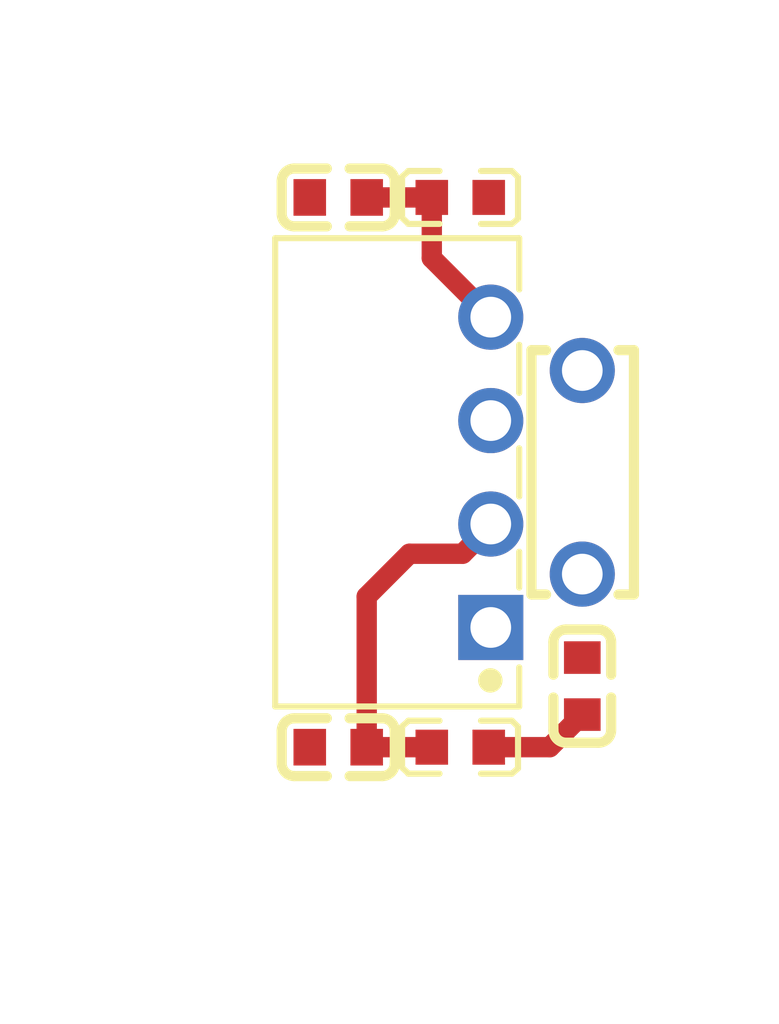
<source format=kicad_pcb>
(kicad_pcb (version 20241229) (generator "pcbnew") (generator_version "9.0")
  (layers (0 "F.Cu" signal) (2 "B.Cu" signal) (13 "F.Paste" user) (15 "B.Paste" user) (5 "F.SilkS" user "F.Silkscreen") (7 "B.SilkS" user "B.Silkscreen") (1 "F.Mask" user) (3 "B.Mask" user) (25 "Edge.Cuts" user))
  (net 0 "")
  (net 1 "hv")
  (net 2 "plusVout")
  (net 3 "plusVin")
  (net 4 "hv-1")
  (net 5 "gnd")
  (net 6 "gnd-1")
  (footprint "atopile:CAP-TH_L6.0-W2.5-P5.00-D1.0-5e41da" (layer "F.Cu") (at 4.5 0 90)
    (property "Reference" "C1" (hide yes))
    (property "Value" "270pF ±10% 2kV")
    (fp_line (start 3 -1.25) (end -3 -1.25) (stroke (width 0.25)) (layer "F.SilkS"))
    (fp_line (start -3 -1.25) (end -3 -0.89) (stroke (width 0.25)) (layer "F.SilkS"))
    (fp_line (start 3 -0.89) (end 3 -1.25) (stroke (width 0.25)) (layer "F.SilkS"))
    (fp_line (start 3 0.89) (end 3 1.27) (stroke (width 0.25)) (layer "F.SilkS"))
    (fp_line (start 3 1.27) (end -3 1.27) (stroke (width 0.25)) (layer "F.SilkS"))
    (fp_line (start -3 1.27) (end -3 0.89) (stroke (width 0.25)) (layer "F.SilkS"))
    (pad "1" thru_hole circle (at -2.5 0 90) (size 1.6 1.6) (drill 0.999998) (layers "*.Cu" "*.Mask") (net 5 "gnd"))
    (pad "2" thru_hole circle (at 2.5 0 90) (size 1.6 1.6) (drill 0.999998) (layers "*.Cu" "*.Mask") (net 6 "gnd-1"))
  )
  (footprint "atopile:L0603-9cac2b" (layer "F.Cu") (at 1.5 6.75 0)
    (property "Reference" "L1" (hide yes))
    (property "Value" "")
    (fp_line (start -1.43 -0.51) (end -1.27 -0.65) (stroke (width 0.15)) (layer "F.SilkS"))
    (fp_line (start -1.43 0.5) (end -1.43 -0.51) (stroke (width 0.15)) (layer "F.SilkS"))
    (fp_line (start -1.28 -0.65) (end -0.51 -0.65) (stroke (width 0.15)) (layer "F.SilkS"))
    (fp_line (start -1.28 0.65) (end -0.51 0.65) (stroke (width 0.15)) (layer "F.SilkS"))
    (fp_line (start -1.27 0.65) (end -1.43 0.5) (stroke (width 0.15)) (layer "F.SilkS"))
    (fp_line (start 1.27 -0.65) (end 0.51 -0.65) (stroke (width 0.15)) (layer "F.SilkS"))
    (fp_line (start 1.27 -0.65) (end 1.42 -0.5) (stroke (width 0.15)) (layer "F.SilkS"))
    (fp_line (start 1.27 0.65) (end 0.51 0.65) (stroke (width 0.15)) (layer "F.SilkS"))
    (fp_line (start 1.42 -0.5) (end 1.42 0.52) (stroke (width 0.15)) (layer "F.SilkS"))
    (fp_line (start 1.42 0.52) (end 1.27 0.65) (stroke (width 0.15)) (layer "F.SilkS"))
    (pad "1" smd rect (at -0.7 0 180) (size 0.8 0.86) (layers "F.Cu" "F.Mask" "F.Paste") (net 3 "plusVin"))
    (pad "2" smd rect (at 0.7 0 180) (size 0.8 0.86) (layers "F.Cu" "F.Mask" "F.Paste") (net 4 "hv-1"))
  )
  (footprint "atopile:L0603-9cac2b" (layer "F.Cu") (at 1.5 -6.75 0)
    (property "Reference" "L2" (hide yes))
    (property "Value" "")
    (fp_line (start -1.43 -0.51) (end -1.27 -0.65) (stroke (width 0.15)) (layer "F.SilkS"))
    (fp_line (start -1.43 0.5) (end -1.43 -0.51) (stroke (width 0.15)) (layer "F.SilkS"))
    (fp_line (start -1.28 -0.65) (end -0.51 -0.65) (stroke (width 0.15)) (layer "F.SilkS"))
    (fp_line (start -1.28 0.65) (end -0.51 0.65) (stroke (width 0.15)) (layer "F.SilkS"))
    (fp_line (start -1.27 0.65) (end -1.43 0.5) (stroke (width 0.15)) (layer "F.SilkS"))
    (fp_line (start 1.27 -0.65) (end 0.51 -0.65) (stroke (width 0.15)) (layer "F.SilkS"))
    (fp_line (start 1.27 -0.65) (end 1.42 -0.5) (stroke (width 0.15)) (layer "F.SilkS"))
    (fp_line (start 1.27 0.65) (end 0.51 0.65) (stroke (width 0.15)) (layer "F.SilkS"))
    (fp_line (start 1.42 -0.5) (end 1.42 0.52) (stroke (width 0.15)) (layer "F.SilkS"))
    (fp_line (start 1.42 0.52) (end 1.27 0.65) (stroke (width 0.15)) (layer "F.SilkS"))
    (pad "1" smd rect (at -0.7 0 180) (size 0.8 0.86) (layers "F.Cu" "F.Mask" "F.Paste") (net 2 "plusVout"))
    (pad "2" smd rect (at 0.7 0 180) (size 0.8 0.86) (layers "F.Cu" "F.Mask" "F.Paste") (net 1 "hv"))
  )
  (footprint "atopile:PWRM-TH_B0505S-1WR3-83f76b" (layer "F.Cu") (at 2.25 0 90)
    (property "Reference" "U1" (hide yes))
    (property "Value" "")
    (fp_line (start 5.75 -5.3) (end -5.75 -5.3) (stroke (width 0.15)) (layer "F.SilkS"))
    (fp_line (start -5.75 -5.3) (end -5.75 0.7) (stroke (width 0.15)) (layer "F.SilkS"))
    (fp_line (start 5.75 0.7) (end 5.75 -5.3) (stroke (width 0.15)) (layer "F.SilkS"))
    (fp_line (start 4.49 0.7) (end 5.75 0.7) (stroke (width 0.15)) (layer "F.SilkS"))
    (fp_line (start 1.95 0.7) (end 3.13 0.7) (stroke (width 0.15)) (layer "F.SilkS"))
    (fp_line (start -0.59 0.7) (end 0.59 0.7) (stroke (width 0.15)) (layer "F.SilkS"))
    (fp_line (start -0.59 0.7) (end -0.46 0.7) (stroke (width 0.15)) (layer "F.SilkS"))
    (fp_line (start -2.83 0.7) (end -1.95 0.7) (stroke (width 0.15)) (layer "F.SilkS"))
    (fp_line (start -5.75 0.7) (end -4.79 0.7) (stroke (width 0.15)) (layer "F.SilkS"))
    (fp_circle (center -5.11 -0.01) (end -4.96 -0.01) (stroke (width 0.3)) (fill no) (layer "F.SilkS"))
    (pad "1" thru_hole rect (at -3.81 0 90) (size 1.6 1.6) (drill 0.999998) (layers "*.Cu" "*.Mask") (net 5 "gnd"))
    (pad "2" thru_hole circle (at -1.27 0 90) (size 1.6 1.6) (drill 0.999998) (layers "*.Cu" "*.Mask") (net 3 "plusVin"))
    (pad "3" thru_hole circle (at 1.27 0 90) (size 1.6 1.6) (drill 0.999998) (layers "*.Cu" "*.Mask") (net 6 "gnd-1"))
    (pad "4" thru_hole circle (at 3.81 0 90) (size 1.6 1.6) (drill 0.999998) (layers "*.Cu" "*.Mask") (net 2 "plusVout"))
  )
  (footprint "atopile:C0603-bd72f6" (layer "F.Cu") (at -1.5 -6.75 180)
    (property "Reference" "C4" (hide yes))
    (property "Value" "10µF ±10% 10V X5R")
    (fp_line (start 1.39 -0.4) (end 1.39 0.4) (stroke (width 0.25)) (layer "F.SilkS"))
    (fp_line (start 0.28 0.71) (end 1.08 0.71) (stroke (width 0.25)) (layer "F.SilkS"))
    (fp_line (start 0.28 -0.71) (end 1.08 -0.71) (stroke (width 0.25)) (layer "F.SilkS"))
    (fp_line (start -0.28 0.71) (end -1.08 0.71) (stroke (width 0.25)) (layer "F.SilkS"))
    (fp_line (start -0.28 -0.71) (end -1.08 -0.71) (stroke (width 0.25)) (layer "F.SilkS"))
    (fp_line (start -1.39 0.4) (end -1.39 -0.4) (stroke (width 0.25)) (layer "F.SilkS"))
    (fp_arc (start 1.39 0.4) (mid 1.299203 0.619203) (end 1.08 0.71) (stroke (width 0.25)) (layer "F.SilkS"))
    (fp_arc (start 1.08 -0.71) (mid 1.299203 -0.619203) (end 1.39 -0.4) (stroke (width 0.25)) (layer "F.SilkS"))
    (fp_arc (start -1.08 0.71) (mid -1.299203 0.619203) (end -1.39 0.4) (stroke (width 0.25)) (layer "F.SilkS"))
    (fp_arc (start -1.39 -0.4) (mid -1.299203 -0.619203) (end -1.08 -0.71) (stroke (width 0.25)) (layer "F.SilkS"))
    (pad "1" smd rect (at -0.7 0 180) (size 0.8 0.9) (layers "F.Cu" "F.Mask" "F.Paste") (net 2 "plusVout"))
    (pad "2" smd rect (at 0.7 0 180) (size 0.8 0.9) (layers "F.Cu" "F.Mask" "F.Paste") (net 6 "gnd-1"))
  )
  (footprint "atopile:C0603-bd72f6" (layer "F.Cu") (at -1.5 6.75 180)
    (property "Reference" "C2" (hide yes))
    (property "Value" "4.7nF ±10% 50V X7R")
    (fp_line (start 1.39 -0.4) (end 1.39 0.4) (stroke (width 0.25)) (layer "F.SilkS"))
    (fp_line (start 0.28 0.71) (end 1.08 0.71) (stroke (width 0.25)) (layer "F.SilkS"))
    (fp_line (start 0.28 -0.71) (end 1.08 -0.71) (stroke (width 0.25)) (layer "F.SilkS"))
    (fp_line (start -0.28 0.71) (end -1.08 0.71) (stroke (width 0.25)) (layer "F.SilkS"))
    (fp_line (start -0.28 -0.71) (end -1.08 -0.71) (stroke (width 0.25)) (layer "F.SilkS"))
    (fp_line (start -1.39 0.4) (end -1.39 -0.4) (stroke (width 0.25)) (layer "F.SilkS"))
    (fp_arc (start 1.39 0.4) (mid 1.299203 0.619203) (end 1.08 0.71) (stroke (width 0.25)) (layer "F.SilkS"))
    (fp_arc (start 1.08 -0.71) (mid 1.299203 -0.619203) (end 1.39 -0.4) (stroke (width 0.25)) (layer "F.SilkS"))
    (fp_arc (start -1.08 0.71) (mid -1.299203 0.619203) (end -1.39 0.4) (stroke (width 0.25)) (layer "F.SilkS"))
    (fp_arc (start -1.39 -0.4) (mid -1.299203 -0.619203) (end -1.08 -0.71) (stroke (width 0.25)) (layer "F.SilkS"))
    (pad "1" smd rect (at -0.7 0 180) (size 0.8 0.9) (layers "F.Cu" "F.Mask" "F.Paste") (net 3 "plusVin"))
    (pad "2" smd rect (at 0.7 0 180) (size 0.8 0.9) (layers "F.Cu" "F.Mask" "F.Paste") (net 5 "gnd"))
  )
  (footprint "atopile:C0603-bd72f6" (layer "F.Cu") (at 4.5 5.25 90)
    (property "Reference" "C3" (hide yes))
    (property "Value" "4.7nF ±10% 50V X7R")
    (fp_line (start 0.28 -0.71) (end 1.08 -0.71) (stroke (width 0.25)) (layer "F.SilkS"))
    (fp_line (start -0.28 -0.71) (end -1.08 -0.71) (stroke (width 0.25)) (layer "F.SilkS"))
    (fp_line (start 1.39 -0.4) (end 1.39 0.4) (stroke (width 0.25)) (layer "F.SilkS"))
    (fp_line (start -1.39 0.4) (end -1.39 -0.4) (stroke (width 0.25)) (layer "F.SilkS"))
    (fp_line (start 0.28 0.71) (end 1.08 0.71) (stroke (width 0.25)) (layer "F.SilkS"))
    (fp_line (start -0.28 0.71) (end -1.08 0.71) (stroke (width 0.25)) (layer "F.SilkS"))
    (fp_arc (start 1.08 -0.71) (mid 1.299203 -0.619203) (end 1.39 -0.4) (stroke (width 0.25)) (layer "F.SilkS"))
    (fp_arc (start -1.39 -0.4) (mid -1.299203 -0.619203) (end -1.08 -0.71) (stroke (width 0.25)) (layer "F.SilkS"))
    (fp_arc (start 1.39 0.4) (mid 1.299203 0.619203) (end 1.08 0.71) (stroke (width 0.25)) (layer "F.SilkS"))
    (fp_arc (start -1.08 0.71) (mid -1.299203 0.619203) (end -1.39 0.4) (stroke (width 0.25)) (layer "F.SilkS"))
    (pad "1" smd rect (at -0.7 0 90) (size 0.8 0.9) (layers "F.Cu" "F.Mask" "F.Paste") (net 4 "hv-1"))
    (pad "2" smd rect (at 0.7 0 90) (size 0.8 0.9) (layers "F.Cu" "F.Mask" "F.Paste") (net 5 "gnd"))
  )
  (segment (start -0.8 -6.75) (end 0.8 -6.75) (width 0.5) (net 2) (layer "F.Cu"))
  (segment (start 0.8 -5.26) (end 0.8 -6.75) (width 0.5) (net 2) (layer "F.Cu"))
  (segment (start 2.25 -3.81) (end 0.8 -5.26) (width 0.5) (net 2) (layer "F.Cu"))
  (segment (start 0.25 2) (end 1.5575 2) (width 0.5) (net 3) (layer "F.Cu"))
  (segment (start 0.25 2) (end -0.8 3.05) (width 0.5) (net 3) (layer "F.Cu"))
  (segment (start -0.8 6.75) (end 0.8 6.75) (width 0.5) (net 3) (layer "F.Cu"))
  (segment (start -0.8 3.05) (end -0.8 6.75) (width 0.5) (net 3) (layer "F.Cu"))
  (segment (start 1.5575 2) (end 2.2875 1.27) (width 0.5) (net 3) (layer "F.Cu"))
  (segment (start 3.7 6.75) (end 4.5 5.95) (width 0.5) (net 4) (layer "F.Cu"))
  (segment (start 2.2 6.75) (end 3.7 6.75) (width 0.5) (net 4) (layer "F.Cu"))
)
</source>
